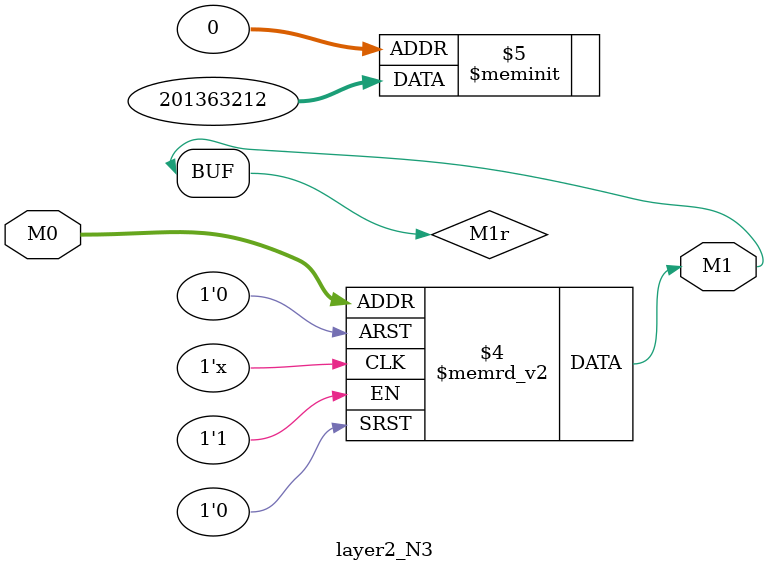
<source format=v>
module layer2_N3 ( input [4:0] M0, output [0:0] M1 );

	(*rom_style = "distributed" *) reg [0:0] M1r;
	assign M1 = M1r;
	always @ (M0) begin
		case (M0)
			5'b00000: M1r = 1'b0;
			5'b10000: M1r = 1'b0;
			5'b01000: M1r = 1'b1;
			5'b11000: M1r = 1'b0;
			5'b00100: M1r = 1'b0;
			5'b10100: M1r = 1'b0;
			5'b01100: M1r = 1'b0;
			5'b11100: M1r = 1'b0;
			5'b00010: M1r = 1'b1;
			5'b10010: M1r = 1'b0;
			5'b01010: M1r = 1'b1;
			5'b11010: M1r = 1'b1;
			5'b00110: M1r = 1'b0;
			5'b10110: M1r = 1'b0;
			5'b01110: M1r = 1'b0;
			5'b11110: M1r = 1'b0;
			5'b00001: M1r = 1'b0;
			5'b10001: M1r = 1'b0;
			5'b01001: M1r = 1'b1;
			5'b11001: M1r = 1'b0;
			5'b00101: M1r = 1'b0;
			5'b10101: M1r = 1'b0;
			5'b01101: M1r = 1'b0;
			5'b11101: M1r = 1'b0;
			5'b00011: M1r = 1'b1;
			5'b10011: M1r = 1'b0;
			5'b01011: M1r = 1'b1;
			5'b11011: M1r = 1'b1;
			5'b00111: M1r = 1'b0;
			5'b10111: M1r = 1'b0;
			5'b01111: M1r = 1'b1;
			5'b11111: M1r = 1'b0;

		endcase
	end
endmodule

</source>
